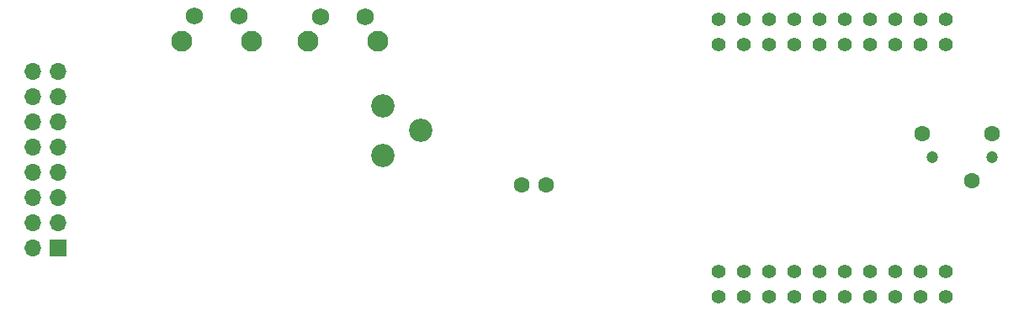
<source format=gbr>
%TF.GenerationSoftware,KiCad,Pcbnew,8.0.7*%
%TF.CreationDate,2025-01-11T10:05:48+01:00*%
%TF.ProjectId,ESP32_Audio_Spectrum_SSD1322,45535033-325f-4417-9564-696f5f537065,rev?*%
%TF.SameCoordinates,Original*%
%TF.FileFunction,Soldermask,Bot*%
%TF.FilePolarity,Negative*%
%FSLAX46Y46*%
G04 Gerber Fmt 4.6, Leading zero omitted, Abs format (unit mm)*
G04 Created by KiCad (PCBNEW 8.0.7) date 2025-01-11 10:05:48*
%MOMM*%
%LPD*%
G01*
G04 APERTURE LIST*
%ADD10C,2.100000*%
%ADD11C,1.750000*%
%ADD12C,1.200000*%
%ADD13C,1.600000*%
%ADD14C,2.340000*%
%ADD15C,1.400000*%
%ADD16R,1.700000X1.700000*%
%ADD17O,1.700000X1.700000*%
G04 APERTURE END LIST*
D10*
%TO.C,BAR MODE*%
X119965000Y-86230000D03*
X126975000Y-86230000D03*
D11*
X121215000Y-83740000D03*
X125715000Y-83740000D03*
%TD*%
D12*
%TO.C,JACK1*%
X201495000Y-97960000D03*
X195495000Y-97960000D03*
D13*
X199495000Y-100360000D03*
X201495000Y-95560000D03*
X194495000Y-95560000D03*
%TD*%
D14*
%TO.C,RV1*%
X140190000Y-92780000D03*
X143990000Y-95280000D03*
X140190000Y-97780000D03*
%TD*%
D15*
%TO.C,U1*%
X173995000Y-112000000D03*
X173995000Y-109460000D03*
X176535000Y-112000000D03*
X176535000Y-109460000D03*
X179075000Y-112000000D03*
X179075000Y-109460000D03*
X181615000Y-112000000D03*
X181615000Y-109460000D03*
X184155000Y-112000000D03*
X184155000Y-109460000D03*
X186695000Y-112000000D03*
X186695000Y-109460000D03*
X189235000Y-112000000D03*
X189235000Y-109460000D03*
X191775000Y-112000000D03*
X191775000Y-109460000D03*
X194315000Y-112000000D03*
X194315000Y-109460000D03*
X196855000Y-112000000D03*
X196855000Y-109460000D03*
X173995000Y-86600000D03*
X173995000Y-84060000D03*
X176535000Y-86600000D03*
X176535000Y-84060000D03*
X179075000Y-86600000D03*
X179075000Y-84060000D03*
X181615000Y-86600000D03*
X181615000Y-84060000D03*
X184155000Y-86600000D03*
X184155000Y-84060000D03*
X186695000Y-86600000D03*
X186695000Y-84060000D03*
X189235000Y-86600000D03*
X189235000Y-84060000D03*
X191775000Y-86600000D03*
X191775000Y-84060000D03*
X194315000Y-86600000D03*
X194315000Y-84060000D03*
X196855000Y-86600000D03*
X196855000Y-84060000D03*
%TD*%
D13*
%TO.C,C2*%
X154155000Y-100770000D03*
X156655000Y-100770000D03*
%TD*%
D10*
%TO.C,PEAK MODE*%
X132720000Y-86270000D03*
X139730000Y-86270000D03*
D11*
X133970000Y-83780000D03*
X138470000Y-83780000D03*
%TD*%
D16*
%TO.C,J1*%
X107535000Y-107080000D03*
D17*
X104995000Y-107080000D03*
X107535000Y-104540000D03*
X104995000Y-104540000D03*
X107535000Y-102000000D03*
X104995000Y-102000000D03*
X107535000Y-99460000D03*
X104995000Y-99460000D03*
X107535000Y-96920000D03*
X104995000Y-96920000D03*
X107535000Y-94380000D03*
X104995000Y-94380000D03*
X107535000Y-91840000D03*
X104995000Y-91840000D03*
X107535000Y-89300000D03*
X104995000Y-89300000D03*
%TD*%
M02*

</source>
